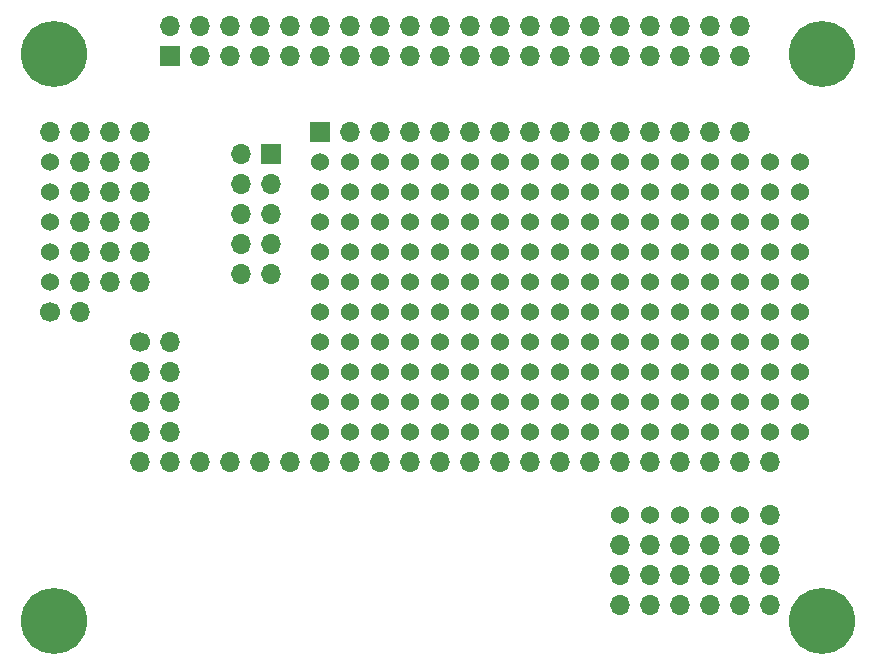
<source format=gbs>
G04 #@! TF.GenerationSoftware,KiCad,Pcbnew,7.0.5-4d25ed1034~172~ubuntu22.04.1*
G04 #@! TF.CreationDate,2023-06-04T17:51:52+03:00*
G04 #@! TF.ProjectId,STM32L475daughter,53544d33-324c-4343-9735-646175676874,rev?*
G04 #@! TF.SameCoordinates,Original*
G04 #@! TF.FileFunction,Soldermask,Bot*
G04 #@! TF.FilePolarity,Negative*
%FSLAX46Y46*%
G04 Gerber Fmt 4.6, Leading zero omitted, Abs format (unit mm)*
G04 Created by KiCad (PCBNEW 7.0.5-4d25ed1034~172~ubuntu22.04.1) date 2023-06-04 17:51:52*
%MOMM*%
%LPD*%
G01*
G04 APERTURE LIST*
%ADD10C,1.700000*%
%ADD11O,1.700000X1.700000*%
%ADD12C,1.524000*%
%ADD13R,1.700000X1.700000*%
%ADD14C,3.600000*%
%ADD15C,5.600000*%
G04 APERTURE END LIST*
D10*
X70970000Y-75815000D03*
D11*
X73510000Y-75815000D03*
D12*
X119250000Y-93025000D03*
X121790000Y-93025000D03*
X124330000Y-93025000D03*
X126870000Y-93025000D03*
X129410000Y-93025000D03*
D11*
X131950000Y-93025000D03*
X119250000Y-95565000D03*
X121790000Y-95565000D03*
X124330000Y-95565000D03*
X126870000Y-95565000D03*
X129410000Y-95565000D03*
X131950000Y-95565000D03*
X119250000Y-98105000D03*
X121790000Y-98105000D03*
X124330000Y-98105000D03*
X126870000Y-98105000D03*
X129410000Y-98105000D03*
X131950000Y-98105000D03*
X119250000Y-100645000D03*
X121790000Y-100645000D03*
X124330000Y-100645000D03*
X126870000Y-100645000D03*
X129410000Y-100645000D03*
X131950000Y-100645000D03*
D12*
X70970000Y-73275000D03*
X70970000Y-70735000D03*
X70970000Y-68195000D03*
X70970000Y-65655000D03*
X70970000Y-63115000D03*
D11*
X70970000Y-60575000D03*
X73510000Y-73275000D03*
X73510000Y-70735000D03*
X73510000Y-68195000D03*
X73510000Y-65655000D03*
X73510000Y-63115000D03*
X73510000Y-60575000D03*
X76050000Y-73275000D03*
X76050000Y-70735000D03*
X76050000Y-68195000D03*
X76050000Y-65655000D03*
X76050000Y-63115000D03*
X76050000Y-60575000D03*
X78590000Y-73275000D03*
X78590000Y-70735000D03*
X78590000Y-68195000D03*
X78590000Y-65655000D03*
X78590000Y-63115000D03*
X78590000Y-60575000D03*
X83670000Y-88515000D03*
X86210000Y-88515000D03*
X88750000Y-88515000D03*
X91290000Y-88515000D03*
X93830000Y-88515000D03*
X96370000Y-88515000D03*
X98910000Y-88515000D03*
X101450000Y-88515000D03*
X103990000Y-88515000D03*
X106530000Y-88515000D03*
X109070000Y-88515000D03*
X111610000Y-88515000D03*
X114150000Y-88515000D03*
X116690000Y-88515000D03*
X119230000Y-88515000D03*
X121770000Y-88515000D03*
X124310000Y-88515000D03*
X126850000Y-88515000D03*
X129390000Y-88515000D03*
X131930000Y-88515000D03*
D10*
X78590000Y-78355000D03*
D11*
X81130000Y-78355000D03*
X78590000Y-80895000D03*
X81130000Y-80895000D03*
X78590000Y-83435000D03*
X81130000Y-83435000D03*
X78590000Y-85975000D03*
X81130000Y-85975000D03*
X78590000Y-88515000D03*
X81130000Y-88515000D03*
D12*
X131930000Y-85975000D03*
X131930000Y-83435000D03*
X131930000Y-80895000D03*
X131930000Y-78355000D03*
X131930000Y-75815000D03*
X131930000Y-73275000D03*
X131930000Y-70735000D03*
X131930000Y-68195000D03*
X131930000Y-65655000D03*
X131930000Y-63115000D03*
X134470000Y-85975000D03*
X134470000Y-83435000D03*
X134470000Y-80895000D03*
X134470000Y-78355000D03*
X134470000Y-75815000D03*
X134470000Y-73275000D03*
X134470000Y-70735000D03*
X134470000Y-68195000D03*
X134470000Y-65655000D03*
X134470000Y-63115000D03*
X119230000Y-85975000D03*
X119230000Y-83435000D03*
X119230000Y-80895000D03*
X119230000Y-78355000D03*
X119230000Y-75815000D03*
X119230000Y-73275000D03*
X119230000Y-70735000D03*
X119230000Y-68195000D03*
X119230000Y-65655000D03*
X119230000Y-63115000D03*
X121770000Y-85975000D03*
X121770000Y-83435000D03*
X121770000Y-80895000D03*
X121770000Y-78355000D03*
X121770000Y-75815000D03*
X121770000Y-73275000D03*
X121770000Y-70735000D03*
X121770000Y-68195000D03*
X121770000Y-65655000D03*
X121770000Y-63115000D03*
X124310000Y-85975000D03*
X124310000Y-83435000D03*
X124310000Y-80895000D03*
X124310000Y-78355000D03*
X124310000Y-75815000D03*
X124310000Y-73275000D03*
X124310000Y-70735000D03*
X124310000Y-68195000D03*
X124310000Y-65655000D03*
X124310000Y-63115000D03*
X126850000Y-85975000D03*
X126850000Y-83435000D03*
X126850000Y-80895000D03*
X126850000Y-78355000D03*
X126850000Y-75815000D03*
X126850000Y-73275000D03*
X126850000Y-70735000D03*
X126850000Y-68195000D03*
X126850000Y-65655000D03*
X126850000Y-63115000D03*
X129390000Y-85975000D03*
X129390000Y-83435000D03*
X129390000Y-80895000D03*
X129390000Y-78355000D03*
X129390000Y-75815000D03*
X129390000Y-73275000D03*
X129390000Y-70735000D03*
X129390000Y-68195000D03*
X129390000Y-65655000D03*
X129390000Y-63115000D03*
X116690000Y-63115000D03*
X116690000Y-65655000D03*
X116690000Y-68195000D03*
X116690000Y-70735000D03*
X116690000Y-73275000D03*
X116690000Y-75815000D03*
X116690000Y-78355000D03*
X116690000Y-80895000D03*
X116690000Y-83435000D03*
X116690000Y-85975000D03*
X114150000Y-63115000D03*
X114150000Y-65655000D03*
X114150000Y-68195000D03*
X114150000Y-70735000D03*
X114150000Y-73275000D03*
X114150000Y-75815000D03*
X114150000Y-78355000D03*
X114150000Y-80895000D03*
X114150000Y-83435000D03*
X114150000Y-85975000D03*
X111610000Y-63115000D03*
X111610000Y-65655000D03*
X111610000Y-68195000D03*
X111610000Y-70735000D03*
X111610000Y-73275000D03*
X111610000Y-75815000D03*
X111610000Y-78355000D03*
X111610000Y-80895000D03*
X111610000Y-83435000D03*
X111610000Y-85975000D03*
X109070000Y-63115000D03*
X109070000Y-65655000D03*
X109070000Y-68195000D03*
X109070000Y-70735000D03*
X109070000Y-73275000D03*
X109070000Y-75815000D03*
X109070000Y-78355000D03*
X109070000Y-80895000D03*
X109070000Y-83435000D03*
X109070000Y-85975000D03*
X106530000Y-63115000D03*
X106530000Y-65655000D03*
X106530000Y-68195000D03*
X106530000Y-70735000D03*
X106530000Y-73275000D03*
X106530000Y-75815000D03*
X106530000Y-78355000D03*
X106530000Y-80895000D03*
X106530000Y-83435000D03*
X106530000Y-85975000D03*
X103990000Y-63115000D03*
X103990000Y-65655000D03*
X103990000Y-68195000D03*
X103990000Y-70735000D03*
X103990000Y-73275000D03*
X103990000Y-75815000D03*
X103990000Y-78355000D03*
X103990000Y-80895000D03*
X103990000Y-83435000D03*
X103990000Y-85975000D03*
X101450000Y-63115000D03*
X101450000Y-65655000D03*
X101450000Y-68195000D03*
X101450000Y-70735000D03*
X101450000Y-73275000D03*
X101450000Y-75815000D03*
X101450000Y-78355000D03*
X101450000Y-80895000D03*
X101450000Y-83435000D03*
X101450000Y-85975000D03*
X98910000Y-63115000D03*
X98910000Y-65655000D03*
X98910000Y-68195000D03*
X98910000Y-70735000D03*
X98910000Y-73275000D03*
X98910000Y-75815000D03*
X98910000Y-78355000D03*
X98910000Y-80895000D03*
X98910000Y-83435000D03*
X98910000Y-85975000D03*
X96370000Y-63115000D03*
X96370000Y-65655000D03*
X96370000Y-68195000D03*
X96370000Y-70735000D03*
X96370000Y-73275000D03*
X96370000Y-75815000D03*
X96370000Y-78355000D03*
X96370000Y-80895000D03*
X96370000Y-83435000D03*
X96370000Y-85975000D03*
X93830000Y-63115000D03*
X93830000Y-65655000D03*
X93830000Y-68195000D03*
X93830000Y-70735000D03*
X93830000Y-73275000D03*
X93830000Y-75815000D03*
X93830000Y-78355000D03*
X93830000Y-80895000D03*
X93830000Y-83435000D03*
X93830000Y-85975000D03*
D13*
X89650000Y-62425000D03*
D11*
X87110000Y-62425000D03*
X89650000Y-64965000D03*
X87110000Y-64965000D03*
X89650000Y-67505000D03*
X87110000Y-67505000D03*
X89650000Y-70045000D03*
X87110000Y-70045000D03*
X89650000Y-72585000D03*
X87110000Y-72585000D03*
D14*
X71300000Y-101955000D03*
D15*
X71300000Y-101955000D03*
D13*
X93830000Y-60575000D03*
D11*
X96370000Y-60575000D03*
X98910000Y-60575000D03*
X101450000Y-60575000D03*
X103990000Y-60575000D03*
X106530000Y-60575000D03*
X109070000Y-60575000D03*
X111610000Y-60575000D03*
X114150000Y-60575000D03*
X116690000Y-60575000D03*
X119230000Y-60575000D03*
X121770000Y-60575000D03*
X124310000Y-60575000D03*
X126850000Y-60575000D03*
X129390000Y-60575000D03*
D14*
X136300000Y-101955000D03*
D15*
X136300000Y-101955000D03*
D14*
X71300000Y-53955000D03*
D15*
X71300000Y-53955000D03*
D13*
X81150000Y-54115000D03*
D11*
X81150000Y-51575000D03*
X83690000Y-54115000D03*
X83690000Y-51575000D03*
X86230000Y-54115000D03*
X86230000Y-51575000D03*
X88770000Y-54115000D03*
X88770000Y-51575000D03*
X91310000Y-54115000D03*
X91310000Y-51575000D03*
X93850000Y-54115000D03*
X93850000Y-51575000D03*
X96390000Y-54115000D03*
X96390000Y-51575000D03*
X98930000Y-54115000D03*
X98930000Y-51575000D03*
X101470000Y-54115000D03*
X101470000Y-51575000D03*
X104010000Y-54115000D03*
X104010000Y-51575000D03*
X106550000Y-54115000D03*
X106550000Y-51575000D03*
X109090000Y-54115000D03*
X109090000Y-51575000D03*
X111630000Y-54115000D03*
X111630000Y-51575000D03*
X114170000Y-54115000D03*
X114170000Y-51575000D03*
X116710000Y-54115000D03*
X116710000Y-51575000D03*
X119250000Y-54115000D03*
X119250000Y-51575000D03*
X121790000Y-54115000D03*
X121790000Y-51575000D03*
X124330000Y-54115000D03*
X124330000Y-51575000D03*
X126870000Y-54115000D03*
X126870000Y-51575000D03*
X129410000Y-54115000D03*
X129410000Y-51575000D03*
D14*
X136300000Y-53955000D03*
D15*
X136300000Y-53955000D03*
M02*

</source>
